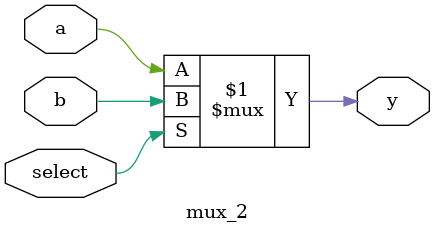
<source format=sv>
/* 2 input mux */
module mux_2(

	input wire a,
	input wire b,
	input wire select,
	
	output wire y

);

assign y = select ? b : a;

endmodule

</source>
